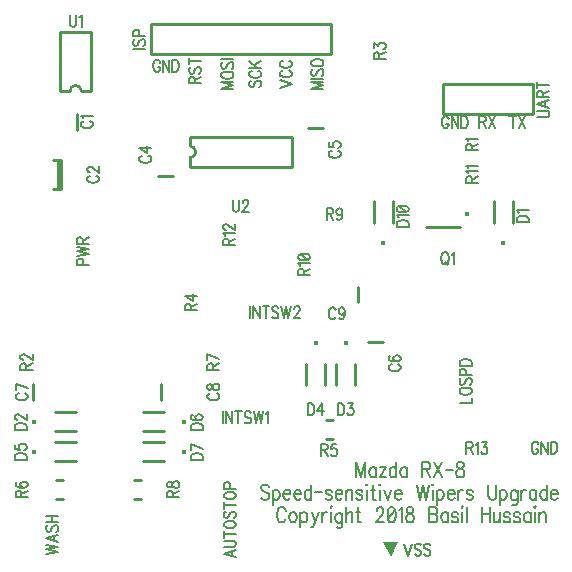
<source format=gto>
G04 DipTrace 3.2.0.1*
G04 Speed-SensitiveWiperSwitchReplacement-Rev03(NoUnmaskedTraces)-TopSilk.gto*
%MOIN*%
G04 #@! TF.FileFunction,Legend,Top*
G04 #@! TF.Part,Single*
%ADD10C,0.009843*%
%ADD27C,0.015749*%
%ADD29C,0.015746*%
%ADD96C,0.006176*%
%ADD98C,0.00772*%
%FSLAX26Y26*%
G04*
G70*
G90*
G75*
G01*
G04 TopSilk*
%LPD*%
X228761Y1500571D2*
D10*
Y1449429D1*
X166831Y1349217D2*
Y1250783D1*
X174280Y1349217D2*
Y1250783D1*
Y1349217D2*
X150720D1*
X174280Y1250783D2*
X150720D1*
X550571Y1296239D2*
X499429D1*
X999429Y1453761D2*
X1050571D1*
X1199429Y741360D2*
X1250571D1*
X83640Y549429D2*
Y600571D1*
X508640Y549429D2*
Y600571D1*
X1166360Y925571D2*
Y874429D1*
X1618501Y1139559D2*
Y1210438D1*
X1681496Y1139559D2*
Y1210438D1*
D27*
X1649999Y1070669D3*
X156488Y506499D2*
D10*
X227367D1*
X156488Y443504D2*
X227367D1*
D29*
X87598Y475001D3*
X1156499Y668512D2*
D10*
Y597633D1*
X1093504Y668512D2*
Y597633D1*
D27*
X1125001Y737402D3*
X1056499Y668512D2*
D10*
Y597633D1*
X993504Y668512D2*
Y597633D1*
D27*
X1025001Y737402D3*
X156488Y406499D2*
D10*
X227367D1*
X156488Y343504D2*
X227367D1*
D29*
X87598Y375001D3*
X518512Y443501D2*
D10*
X447633D1*
X518512Y506496D2*
X447633D1*
D29*
X587402Y474999D3*
X518512Y343501D2*
D10*
X447633D1*
X518512Y406496D2*
X447633D1*
D29*
X587402Y374999D3*
X1218501Y1139559D2*
D10*
Y1210438D1*
X1281496Y1139559D2*
Y1210438D1*
D27*
X1249999Y1070669D3*
X1075000Y1800000D2*
D10*
X475000D1*
X1075000Y1700000D2*
X475000D1*
X1075000Y1800000D2*
Y1700000D1*
X475000Y1800000D2*
Y1700000D1*
X1750000Y1600000D2*
Y1500000D1*
X1450000D1*
Y1600000D2*
Y1500000D1*
X1750000Y1600000D2*
X1450000D1*
D27*
X1528738Y1168306D3*
X1506249Y1125000D2*
D10*
X1393746D1*
X1081661Y481465D2*
X1058102D1*
X1081661Y418535D2*
X1058102D1*
X181661Y281465D2*
X158102D1*
X181661Y218535D2*
X158102D1*
X418339D2*
X441898D1*
X418339Y281465D2*
X441898D1*
X276188Y1576573D2*
Y1773427D1*
X173812Y1576573D2*
Y1773427D1*
X276188D2*
X173812D1*
X244694Y1576573D2*
X276188D1*
X205306D2*
X173812D1*
X244694D2*
G03X205306Y1576573I-19694J-9D01*
G01*
X605703Y1323812D2*
X944297D1*
X605703Y1426188D2*
X944297D1*
Y1323812D2*
Y1426188D1*
X605703Y1323812D2*
Y1355306D1*
Y1394694D2*
Y1426188D1*
Y1355306D2*
G03X605703Y1394694I12J19694D01*
G01*
G36*
X1250000Y75000D2*
X1275000Y25000D1*
X1300000Y75000D1*
X1250000D1*
G37*
X758877Y48031D2*
D96*
X718685Y35757D1*
X758877Y23518D1*
X745480Y28116D2*
Y43432D1*
X718685Y57912D2*
X747381D1*
X753129Y59433D1*
X756932Y62510D1*
X758877Y67109D1*
Y70151D1*
X756932Y74749D1*
X753129Y77827D1*
X747381Y79348D1*
X718685D1*
Y99947D2*
X758877D1*
X718685Y89229D2*
Y110664D1*
Y129742D2*
X720586Y126665D1*
X724433Y123623D1*
X728236Y122067D1*
X733984Y120546D1*
X743578D1*
X749282Y122067D1*
X753129Y123623D1*
X756932Y126665D1*
X758877Y129742D1*
Y135862D1*
X756932Y138904D1*
X753129Y141981D1*
X749282Y143502D1*
X743578Y145023D1*
X733984D1*
X728236Y143502D1*
X724433Y141981D1*
X720586Y138904D1*
X718685Y135862D1*
Y129742D1*
X724433Y176340D2*
X720586Y173298D1*
X718685Y168700D1*
Y162580D1*
X720586Y157982D1*
X724433Y154904D1*
X728236D1*
X732082Y156461D1*
X733984Y157982D1*
X735885Y161024D1*
X739732Y170221D1*
X741633Y173298D1*
X743578Y174819D1*
X747381Y176340D1*
X753129D1*
X756932Y173298D1*
X758877Y168700D1*
Y162580D1*
X756932Y157982D1*
X753129Y154904D1*
X718685Y196939D2*
X758877D1*
X718685Y186221D2*
Y207657D1*
Y226735D2*
X720586Y223658D1*
X724433Y220616D1*
X728236Y219059D1*
X733984Y217538D1*
X743578D1*
X749282Y219059D1*
X753129Y220616D1*
X756932Y223658D1*
X758877Y226735D1*
Y232854D1*
X756932Y235896D1*
X753129Y238974D1*
X749282Y240495D1*
X743578Y242016D1*
X733984D1*
X728236Y240495D1*
X724433Y238974D1*
X720586Y235897D1*
X718685Y232854D1*
Y226735D1*
X739732Y251897D2*
Y265692D1*
X737830Y270255D1*
X735885Y271812D1*
X732082Y273333D1*
X726334D1*
X722532Y271812D1*
X720586Y270255D1*
X718685Y265692D1*
Y251897D1*
X758877D1*
X251879Y1477700D2*
X248076Y1476179D1*
X244229Y1473102D1*
X242328Y1470060D1*
Y1463940D1*
X244229Y1460863D1*
X248076Y1457821D1*
X251879Y1456264D1*
X257627Y1454743D1*
X267222D1*
X272925Y1456264D1*
X276772Y1457821D1*
X280575Y1460863D1*
X282520Y1463940D1*
Y1470060D1*
X280575Y1473102D1*
X276772Y1476179D1*
X272925Y1477700D1*
X250022Y1487581D2*
X248076Y1490659D1*
X242372Y1495257D1*
X282520D1*
X272232Y1295820D2*
X268429Y1294299D1*
X264582Y1291222D1*
X262681Y1288180D1*
Y1282060D1*
X264582Y1278983D1*
X268429Y1275941D1*
X272232Y1274384D1*
X277980Y1272863D1*
X287575D1*
X293278Y1274384D1*
X297125Y1275941D1*
X300928Y1278983D1*
X302873Y1282060D1*
Y1288180D1*
X300928Y1291222D1*
X297125Y1294299D1*
X293278Y1295820D1*
X272276Y1307258D2*
X270375D1*
X266528Y1308779D1*
X264627Y1310300D1*
X262725Y1313377D1*
Y1319496D1*
X264627Y1322538D1*
X266528Y1324059D1*
X270375Y1325616D1*
X274177D1*
X278024Y1324059D1*
X283728Y1321017D1*
X302873Y1305701D1*
Y1327137D1*
X446445Y1362175D2*
X442642Y1360654D1*
X438795Y1357577D1*
X436894Y1354535D1*
Y1348415D1*
X438795Y1345338D1*
X442642Y1342296D1*
X446445Y1340739D1*
X452193Y1339218D1*
X461787D1*
X467491Y1340739D1*
X471338Y1342296D1*
X475141Y1345338D1*
X477086Y1348415D1*
Y1354535D1*
X475141Y1357577D1*
X471338Y1360654D1*
X467491Y1362175D1*
X477086Y1387372D2*
X436938D1*
X463689Y1372056D1*
Y1395013D1*
X1077645Y1378705D2*
X1073843Y1377184D1*
X1069996Y1374106D1*
X1068095Y1371064D1*
Y1364945D1*
X1069996Y1361867D1*
X1073843Y1358825D1*
X1077645Y1357269D1*
X1083393Y1355748D1*
X1092988D1*
X1098692Y1357269D1*
X1102539Y1358825D1*
X1106341Y1361867D1*
X1108287Y1364945D1*
Y1371064D1*
X1106341Y1374106D1*
X1102539Y1377184D1*
X1098692Y1378705D1*
X1068139Y1406944D2*
Y1391663D1*
X1085339Y1390142D1*
X1083437Y1391663D1*
X1081492Y1396261D1*
Y1400825D1*
X1083437Y1405423D1*
X1087240Y1408500D1*
X1092988Y1410021D1*
X1096791D1*
X1102539Y1408500D1*
X1106385Y1405423D1*
X1108287Y1400824D1*
Y1396261D1*
X1106385Y1391663D1*
X1104440Y1390142D1*
X1100637Y1388586D1*
X1277645Y667081D2*
X1273843Y665560D1*
X1269996Y662483D1*
X1268095Y659441D1*
Y653321D1*
X1269996Y650244D1*
X1273843Y647202D1*
X1277645Y645645D1*
X1283393Y644124D1*
X1292988D1*
X1298692Y645645D1*
X1302539Y647202D1*
X1306341Y650244D1*
X1308287Y653321D1*
Y659441D1*
X1306341Y662483D1*
X1302539Y665560D1*
X1298692Y667081D1*
X1273843Y695321D2*
X1270040Y693800D1*
X1268139Y689201D1*
Y686159D1*
X1270040Y681561D1*
X1275788Y678483D1*
X1285339Y676962D1*
X1294889D1*
X1302539Y678483D1*
X1306385Y681561D1*
X1308287Y686159D1*
Y687680D1*
X1306385Y692243D1*
X1302539Y695321D1*
X1296791Y696842D1*
X1294889D1*
X1289141Y695321D1*
X1285339Y692243D1*
X1283437Y687680D1*
Y686159D1*
X1285339Y681561D1*
X1289141Y678483D1*
X1294889Y676962D1*
X34613Y570820D2*
X30810Y569299D1*
X26963Y566222D1*
X25062Y563180D1*
Y557060D1*
X26963Y553983D1*
X30810Y550941D1*
X34613Y549384D1*
X40361Y547863D1*
X49955D1*
X55659Y549384D1*
X59506Y550941D1*
X63309Y553983D1*
X65254Y557060D1*
Y563180D1*
X63309Y566222D1*
X59506Y569299D1*
X55659Y570820D1*
X65254Y586821D2*
X25106Y602137D1*
Y580701D1*
X673511Y570838D2*
X669709Y569317D1*
X665862Y566239D1*
X663961Y563197D1*
Y557078D1*
X665862Y554000D1*
X669709Y550958D1*
X673511Y549402D1*
X679259Y547881D1*
X688854D1*
X694558Y549402D1*
X698405Y550958D1*
X702207Y554000D1*
X704153Y557078D1*
Y563197D1*
X702207Y566239D1*
X698405Y569317D1*
X694558Y570838D1*
X664005Y588359D2*
X665906Y583796D1*
X669709Y582240D1*
X673556D1*
X677358Y583796D1*
X679304Y586838D1*
X681205Y592958D1*
X683106Y597556D1*
X686953Y600598D1*
X690755Y602119D1*
X696503D1*
X700306Y600598D1*
X702251Y599077D1*
X704153Y594479D1*
Y588359D1*
X702251Y583796D1*
X700306Y582240D1*
X696503Y580719D1*
X690755D1*
X686953Y582240D1*
X683106Y585317D1*
X681205Y589880D1*
X679304Y596000D1*
X677358Y599077D1*
X673556Y600598D1*
X669709D1*
X665906Y599077D1*
X664005Y594479D1*
Y588359D1*
X1092063Y847355D2*
X1090542Y851157D1*
X1087465Y855004D1*
X1084423Y856905D1*
X1078303D1*
X1075226Y855004D1*
X1072184Y851157D1*
X1070628Y847355D1*
X1069107Y841607D1*
Y832012D1*
X1070628Y826308D1*
X1072184Y822462D1*
X1075226Y818659D1*
X1078303Y816713D1*
X1084423D1*
X1087465Y818659D1*
X1090542Y822462D1*
X1092063Y826308D1*
X1121859Y843508D2*
X1120303Y837760D1*
X1117261Y833913D1*
X1112662Y832012D1*
X1111141D1*
X1106543Y833913D1*
X1103501Y837760D1*
X1101945Y843508D1*
Y845409D1*
X1103501Y851157D1*
X1106543Y854960D1*
X1111141Y856861D1*
X1112662D1*
X1117261Y854960D1*
X1120303Y851157D1*
X1121859Y843508D1*
Y833913D1*
X1120303Y824363D1*
X1117261Y818615D1*
X1112662Y816713D1*
X1109620D1*
X1105022Y818615D1*
X1103501Y822462D1*
X1695063Y1140740D2*
X1735255D1*
Y1151458D1*
X1733310Y1156056D1*
X1729507Y1159134D1*
X1725660Y1160655D1*
X1719956Y1162176D1*
X1710362D1*
X1704614Y1160655D1*
X1700811Y1159134D1*
X1696964Y1156056D1*
X1695063Y1151458D1*
Y1140740D1*
X1702757Y1172057D2*
X1700811Y1175134D1*
X1695107Y1179733D1*
X1735255D1*
X21146Y448625D2*
X61338D1*
Y459343D1*
X59393Y463941D1*
X55590Y467019D1*
X51743Y468540D1*
X46039Y470061D1*
X36445D1*
X30697Y468540D1*
X26894Y467019D1*
X23047Y463941D1*
X21146Y459343D1*
Y448625D1*
X30741Y481498D2*
X28840D1*
X24993Y483019D1*
X23091Y484540D1*
X21190Y487618D1*
Y493737D1*
X23092Y496779D1*
X24993Y498300D1*
X28840Y499857D1*
X32642D1*
X36489Y498300D1*
X42193Y495258D1*
X61338Y479942D1*
Y501378D1*
X1098625Y536827D2*
Y496635D1*
X1109343D1*
X1113941Y498580D1*
X1117019Y502383D1*
X1118540Y506230D1*
X1120061Y511933D1*
Y521528D1*
X1118540Y527276D1*
X1117019Y531079D1*
X1113941Y534925D1*
X1109343Y536827D1*
X1098625D1*
X1133019Y536783D2*
X1149821D1*
X1140660Y521484D1*
X1145258D1*
X1148300Y519583D1*
X1149821Y517681D1*
X1151378Y511933D1*
Y508131D1*
X1149821Y502383D1*
X1146779Y498536D1*
X1142181Y496635D1*
X1137582D1*
X1133019Y498536D1*
X1131498Y500482D1*
X1129942Y504284D1*
X997865Y536827D2*
Y496635D1*
X1008582D1*
X1013181Y498580D1*
X1016258Y502383D1*
X1017779Y506230D1*
X1019300Y511933D1*
Y521528D1*
X1017779Y527276D1*
X1016258Y531079D1*
X1013181Y534925D1*
X1008582Y536827D1*
X997865D1*
X1044498Y496635D2*
Y536783D1*
X1029181Y510032D1*
X1052138D1*
X21146Y348625D2*
X61338D1*
Y359343D1*
X59393Y363941D1*
X55590Y367019D1*
X51743Y368540D1*
X46039Y370061D1*
X36445D1*
X30697Y368540D1*
X26894Y367019D1*
X23047Y363941D1*
X21146Y359343D1*
Y348625D1*
X21190Y398300D2*
Y383019D1*
X38390Y381498D1*
X36489Y383019D1*
X34543Y387618D1*
Y392181D1*
X36489Y396779D1*
X40291Y399857D1*
X46039Y401378D1*
X49842D1*
X55590Y399857D1*
X59437Y396779D1*
X61338Y392181D1*
Y387618D1*
X59437Y383019D1*
X57491Y381498D1*
X53689Y379942D1*
X608843Y449401D2*
X649035D1*
Y460119D1*
X647089Y464717D1*
X643287Y467794D1*
X639440Y469315D1*
X633736Y470836D1*
X624141D1*
X618393Y469315D1*
X614591Y467794D1*
X610744Y464717D1*
X608843Y460119D1*
Y449401D1*
X614591Y499076D2*
X610788Y497555D1*
X608887Y492956D1*
Y489914D1*
X610788Y485316D1*
X616536Y482239D1*
X626087Y480718D1*
X635637D1*
X643287Y482238D1*
X647133Y485316D1*
X649035Y489914D1*
Y491435D1*
X647133Y495998D1*
X643287Y499076D1*
X637539Y500597D1*
X635637D1*
X629889Y499076D1*
X626087Y495998D1*
X624185Y491435D1*
Y489914D1*
X626087Y485316D1*
X629889Y482239D1*
X635637Y480718D1*
X608843Y348623D2*
X649035D1*
Y359340D1*
X647089Y363939D1*
X643287Y367016D1*
X639440Y368537D1*
X633736Y370058D1*
X624141D1*
X618393Y368537D1*
X614591Y367016D1*
X610744Y363939D1*
X608843Y359340D1*
Y348623D1*
X649035Y386059D2*
X608887Y401375D1*
Y379939D1*
X1295063Y1125082D2*
X1335255D1*
Y1135799D1*
X1333310Y1140398D1*
X1329507Y1143475D1*
X1325660Y1144996D1*
X1319956Y1146517D1*
X1310362D1*
X1304614Y1144996D1*
X1300811Y1143475D1*
X1296964Y1140398D1*
X1295063Y1135799D1*
Y1125082D1*
X1302757Y1156398D2*
X1300811Y1159476D1*
X1295107Y1164074D1*
X1335255D1*
X1295107Y1183152D2*
X1297009Y1178554D1*
X1302757Y1175476D1*
X1312307Y1173955D1*
X1318055D1*
X1327606Y1175476D1*
X1333354Y1178554D1*
X1335255Y1183152D1*
Y1186194D1*
X1333354Y1190793D1*
X1327606Y1193835D1*
X1318055Y1195391D1*
X1312307D1*
X1302757Y1193835D1*
X1297009Y1190793D1*
X1295107Y1186194D1*
Y1183152D1*
X1302757Y1193835D2*
X1327606Y1175476D1*
X1767563Y400111D2*
X1766042Y403913D1*
X1762965Y407760D1*
X1759923Y409661D1*
X1753803D1*
X1750726Y407760D1*
X1747684Y403913D1*
X1746127Y400111D1*
X1744606Y394363D1*
Y384768D1*
X1746127Y379064D1*
X1747684Y375217D1*
X1750726Y371415D1*
X1753803Y369469D1*
X1759923D1*
X1762965Y371415D1*
X1766042Y375217D1*
X1767563Y379064D1*
Y384768D1*
X1759923D1*
X1798880Y409661D2*
Y369469D1*
X1777444Y409661D1*
Y369469D1*
X1808761Y409661D2*
Y369469D1*
X1819479D1*
X1824077Y371415D1*
X1827155Y375217D1*
X1828676Y379064D1*
X1830197Y384768D1*
Y394363D1*
X1828676Y400111D1*
X1827155Y403913D1*
X1824077Y407760D1*
X1819479Y409661D1*
X1808761D1*
X715328Y510055D2*
Y469863D1*
X746645Y510055D2*
Y469863D1*
X725209Y510055D1*
Y469863D1*
X767244Y510055D2*
Y469863D1*
X756526Y510055D2*
X777962D1*
X809279Y504307D2*
X806237Y508154D1*
X801638Y510055D1*
X795519D1*
X790920Y508154D1*
X787843Y504307D1*
Y500505D1*
X789399Y496658D1*
X790920Y494756D1*
X793962Y492855D1*
X803159Y489008D1*
X806237Y487107D1*
X807758Y485162D1*
X809279Y481359D1*
Y475611D1*
X806237Y471809D1*
X801638Y469863D1*
X795519D1*
X790920Y471809D1*
X787843Y475611D1*
X819160Y510055D2*
X826835Y469863D1*
X834476Y510055D1*
X842116Y469863D1*
X849792Y510055D1*
X859673Y502362D2*
X862751Y504307D1*
X867349Y510011D1*
Y469863D1*
X806873Y860449D2*
Y820257D1*
X838190Y860449D2*
Y820257D1*
X816754Y860449D1*
Y820257D1*
X858789Y860449D2*
Y820257D1*
X848071Y860449D2*
X869507D1*
X900824Y854701D2*
X897782Y858548D1*
X893183Y860449D1*
X887064D1*
X882465Y858548D1*
X879388Y854701D1*
Y850898D1*
X880944Y847051D1*
X882465Y845150D1*
X885507Y843249D1*
X894704Y839402D1*
X897782Y837501D1*
X899303Y835555D1*
X900824Y831753D1*
Y826005D1*
X897782Y822202D1*
X893183Y820257D1*
X887064D1*
X882465Y822202D1*
X879388Y826005D1*
X910705Y860449D2*
X918381Y820257D1*
X926021Y860449D1*
X933662Y820257D1*
X941337Y860449D1*
X952775Y850854D2*
Y852755D1*
X954296Y856602D1*
X955817Y858503D1*
X958894Y860405D1*
X965014D1*
X968056Y858503D1*
X969577Y856602D1*
X971133Y852755D1*
Y848953D1*
X969577Y845106D1*
X966535Y839402D1*
X951219Y820257D1*
X972654D1*
X416422Y1718683D2*
X456614D1*
X422170Y1750000D2*
X418323Y1746958D1*
X416422Y1742360D1*
Y1736240D1*
X418323Y1731642D1*
X422170Y1728564D1*
X425972D1*
X429819Y1730121D1*
X431720Y1731642D1*
X433621Y1734684D1*
X437468Y1743881D1*
X439370Y1746958D1*
X441315Y1748479D1*
X445118Y1750000D1*
X450866D1*
X454668Y1746958D1*
X456614Y1742360D1*
Y1736240D1*
X454668Y1731642D1*
X450866Y1728564D1*
X437468Y1759881D2*
Y1773676D1*
X435567Y1778239D1*
X433621Y1779796D1*
X429819Y1781317D1*
X424071D1*
X420268Y1779796D1*
X418323Y1778240D1*
X416422Y1773676D1*
Y1759881D1*
X456614D1*
X1763567Y1490768D2*
X1792263D1*
X1798011Y1492289D1*
X1801814Y1495367D1*
X1803759Y1499965D1*
Y1503007D1*
X1801814Y1507606D1*
X1798011Y1510683D1*
X1792263Y1512204D1*
X1763567D1*
X1803759Y1546598D2*
X1763567Y1534324D1*
X1803759Y1522085D1*
X1790362Y1526683D2*
Y1542000D1*
X1782712Y1556479D2*
Y1570239D1*
X1780767Y1574838D1*
X1778866Y1576394D1*
X1775063Y1577915D1*
X1771216D1*
X1767414Y1576394D1*
X1765468Y1574838D1*
X1763567Y1570239D1*
Y1556479D1*
X1803759D1*
X1782712Y1567197D2*
X1803759Y1577915D1*
X1763567Y1598514D2*
X1803759D1*
X1763567Y1587796D2*
Y1609232D1*
X1504414Y536902D2*
X1544606D1*
Y555261D1*
X1504414Y574339D2*
X1506315Y571261D1*
X1510162Y568219D1*
X1513964Y566663D1*
X1519712Y565142D1*
X1529307D1*
X1535011Y566663D1*
X1538858Y568219D1*
X1542660Y571261D1*
X1544606Y574339D1*
Y580458D1*
X1542660Y583500D1*
X1538858Y586578D1*
X1535011Y588099D1*
X1529307Y589620D1*
X1519712D1*
X1513964Y588099D1*
X1510162Y586578D1*
X1506315Y583500D1*
X1504414Y580458D1*
Y574339D1*
X1510162Y620936D2*
X1506315Y617894D1*
X1504414Y613296D1*
Y607177D1*
X1506315Y602578D1*
X1510162Y599501D1*
X1513964D1*
X1517811Y601057D1*
X1519712Y602578D1*
X1521614Y605620D1*
X1525460Y614817D1*
X1527362Y617894D1*
X1529307Y619415D1*
X1533110Y620936D1*
X1538858D1*
X1542660Y617894D1*
X1544606Y613296D1*
Y607177D1*
X1542660Y602578D1*
X1538858Y599501D1*
X1525460Y630818D2*
Y644613D1*
X1523559Y649176D1*
X1521614Y650732D1*
X1517811Y652253D1*
X1512063D1*
X1508260Y650732D1*
X1506315Y649176D1*
X1504414Y644613D1*
Y630818D1*
X1544606D1*
X1504414Y662134D2*
X1544606D1*
Y672852D1*
X1542660Y677451D1*
X1538858Y680528D1*
X1535011Y682049D1*
X1529307Y683570D1*
X1519712D1*
X1513964Y682049D1*
X1510162Y680528D1*
X1506315Y677451D1*
X1504414Y672852D1*
Y662134D1*
X249870Y996674D2*
Y1010469D1*
X247969Y1015032D1*
X246023Y1016589D1*
X242221Y1018110D1*
X236472D1*
X232670Y1016589D1*
X230724Y1015032D1*
X228823Y1010469D1*
Y996674D1*
X269015D1*
X228823Y1027991D2*
X269015Y1035667D1*
X228823Y1043307D1*
X269015Y1050948D1*
X228823Y1058623D1*
X247969Y1068505D2*
Y1082264D1*
X246023Y1086863D1*
X244122Y1088419D1*
X240319Y1089940D1*
X236472D1*
X232670Y1088419D1*
X230724Y1086863D1*
X228823Y1082264D1*
Y1068505D1*
X269015D1*
X247969Y1079222D2*
X269015Y1089940D1*
X1452924Y1040567D2*
X1449882Y1038710D1*
X1446805Y1034863D1*
X1445284Y1031016D1*
X1443727Y1025268D1*
Y1015718D1*
X1445284Y1009970D1*
X1446805Y1006167D1*
X1449882Y1002320D1*
X1452924Y1000419D1*
X1459044D1*
X1462121Y1002320D1*
X1465163Y1006167D1*
X1466684Y1009970D1*
X1468241Y1015718D1*
Y1025268D1*
X1466684Y1031016D1*
X1465163Y1034863D1*
X1462121Y1038710D1*
X1459044Y1040567D1*
X1452924D1*
X1457523Y1008068D2*
X1466684Y996572D1*
X1478122Y1032873D2*
X1481199Y1034819D1*
X1485798Y1040523D1*
Y1000375D1*
X1545704Y1380504D2*
Y1394264D1*
X1543759Y1398862D1*
X1541858Y1400418D1*
X1538055Y1401939D1*
X1534208Y1401940D1*
X1530406Y1400418D1*
X1528460Y1398862D1*
X1526559Y1394264D1*
Y1380504D1*
X1566751D1*
X1545704Y1391222D2*
X1566751Y1401939D1*
X1534253Y1411821D2*
X1532307Y1414898D1*
X1526603Y1419496D1*
X1566751D1*
X59976Y648624D2*
Y662384D1*
X58031Y666982D1*
X56130Y668539D1*
X52327Y670060D1*
X48480D1*
X44678Y668539D1*
X42732Y666982D1*
X40831Y662384D1*
Y648624D1*
X81023D1*
X59976Y659342D2*
X81023Y670059D1*
X50426Y681497D2*
X48525D1*
X44678Y683018D1*
X42777Y684539D1*
X40875Y687616D1*
Y693736D1*
X42777Y696778D1*
X44678Y698299D1*
X48525Y699855D1*
X52327D1*
X56174Y698299D1*
X61878Y695257D1*
X81023Y679941D1*
Y701376D1*
X1237240Y1686222D2*
Y1699982D1*
X1235294Y1704581D1*
X1233393Y1706137D1*
X1229591Y1707658D1*
X1225744D1*
X1221941Y1706137D1*
X1219996Y1704581D1*
X1218095Y1699982D1*
Y1686222D1*
X1258287D1*
X1237240Y1696940D2*
X1258287Y1707658D1*
X1218139Y1720616D2*
Y1737418D1*
X1233437Y1728257D1*
Y1732855D1*
X1235339Y1735897D1*
X1237240Y1737418D1*
X1242988Y1738975D1*
X1246791D1*
X1252539Y1737418D1*
X1256385Y1734376D1*
X1258287Y1729778D1*
Y1725179D1*
X1256385Y1720616D1*
X1254440Y1719095D1*
X1250637Y1717539D1*
X608303Y847863D2*
Y861623D1*
X606357Y866222D1*
X604456Y867778D1*
X600654Y869299D1*
X596807D1*
X593004Y867778D1*
X591059Y866222D1*
X589158Y861623D1*
Y847863D1*
X629350D1*
X608303Y858581D2*
X629350Y869299D1*
Y894496D2*
X589202D1*
X615952Y879180D1*
Y902137D1*
X1043506Y381855D2*
X1057265D1*
X1061864Y383800D1*
X1063420Y385701D1*
X1064941Y389504D1*
Y393351D1*
X1063420Y397153D1*
X1061864Y399099D1*
X1057265Y401000D1*
X1043506D1*
Y360808D1*
X1054223Y381855D2*
X1064941Y360808D1*
X1093181Y400956D2*
X1077900D1*
X1076379Y383756D1*
X1077900Y385657D1*
X1082498Y387603D1*
X1087061D1*
X1091660Y385657D1*
X1094737Y381855D1*
X1096258Y376107D1*
Y372304D1*
X1094737Y366556D1*
X1091660Y362709D1*
X1087061Y360808D1*
X1082498D1*
X1077900Y362709D1*
X1076379Y364655D1*
X1074822Y368457D1*
X43835Y224402D2*
Y238162D1*
X41889Y242760D1*
X39988Y244317D1*
X36185Y245838D1*
X32339D1*
X28536Y244317D1*
X26591Y242760D1*
X24689Y238162D1*
Y224402D1*
X64881D1*
X43835Y235120D2*
X64881Y245838D1*
X30437Y274077D2*
X26635Y272556D1*
X24734Y267958D1*
Y264916D1*
X26635Y260317D1*
X32383Y257240D1*
X41933Y255719D1*
X51484D1*
X59133Y257240D1*
X62980Y260317D1*
X64881Y264916D1*
Y266437D1*
X62980Y271000D1*
X59133Y274077D1*
X53385Y275598D1*
X51484D1*
X45736Y274077D1*
X41933Y271000D1*
X40032Y266437D1*
Y264916D1*
X41933Y260317D1*
X45736Y257240D1*
X51484Y255719D1*
X683106Y648624D2*
Y662384D1*
X681161Y666982D1*
X679259Y668539D1*
X675457Y670060D1*
X671610D1*
X667807Y668539D1*
X665862Y666982D1*
X663961Y662384D1*
Y648624D1*
X704153D1*
X683106Y659342D2*
X704153Y670059D1*
Y686060D2*
X664005Y701376D1*
Y679941D1*
X549445Y223642D2*
Y237401D1*
X547499Y242000D1*
X545598Y243556D1*
X541795Y245077D1*
X537949D1*
X534146Y243556D1*
X532201Y242000D1*
X530299Y237401D1*
Y223642D1*
X570491D1*
X549445Y234359D2*
X570491Y245077D1*
X530344Y262599D2*
X532245Y258036D1*
X536047Y256479D1*
X539894D1*
X543697Y258036D1*
X545642Y261078D1*
X547543Y267197D1*
X549445Y271796D1*
X553291Y274838D1*
X557094Y276359D1*
X562842D1*
X566645Y274838D1*
X568590Y273317D1*
X570491Y268718D1*
Y262599D1*
X568590Y258036D1*
X566645Y256479D1*
X562842Y254958D1*
X557094D1*
X553291Y256479D1*
X549445Y259557D1*
X547543Y264120D1*
X545642Y270239D1*
X543697Y273317D1*
X539894Y274838D1*
X536047D1*
X532245Y273317D1*
X530344Y268718D1*
Y262599D1*
X1061786Y1168961D2*
X1075546D1*
X1080144Y1170906D1*
X1081701Y1172807D1*
X1083222Y1176610D1*
Y1180457D1*
X1081701Y1184259D1*
X1080144Y1186205D1*
X1075546Y1188106D1*
X1061786D1*
Y1147914D1*
X1072504Y1168961D2*
X1083222Y1147914D1*
X1113017Y1174709D2*
X1111461Y1168961D1*
X1108419Y1165114D1*
X1103821Y1163213D1*
X1102299D1*
X1097701Y1165114D1*
X1094659Y1168961D1*
X1093103Y1174709D1*
Y1176610D1*
X1094659Y1182358D1*
X1097701Y1186161D1*
X1102299Y1188062D1*
X1103821D1*
X1108419Y1186161D1*
X1111461Y1182358D1*
X1113017Y1174709D1*
Y1165114D1*
X1111461Y1155563D1*
X1108419Y1149815D1*
X1103821Y1147914D1*
X1100778D1*
X1096180Y1149815D1*
X1094659Y1153662D1*
X984976Y964845D2*
Y978605D1*
X983031Y983204D1*
X981130Y984760D1*
X977327Y986281D1*
X973480D1*
X969678Y984760D1*
X967732Y983204D1*
X965831Y978605D1*
Y964845D1*
X1006023D1*
X984976Y975563D2*
X1006023Y986281D1*
X973525Y996162D2*
X971579Y999240D1*
X965875Y1003838D1*
X1006023D1*
X965875Y1022916D2*
X967777Y1018318D1*
X973525Y1015240D1*
X983075Y1013719D1*
X988823D1*
X998374Y1015240D1*
X1004122Y1018317D1*
X1006023Y1022916D1*
Y1025958D1*
X1004122Y1030556D1*
X998374Y1033598D1*
X988823Y1035155D1*
X983075D1*
X973525Y1033598D1*
X967777Y1030556D1*
X965875Y1025958D1*
Y1022916D1*
X973525Y1033598D2*
X998374Y1015240D1*
X1545704Y1271725D2*
Y1285485D1*
X1543759Y1290084D1*
X1541858Y1291640D1*
X1538055Y1293161D1*
X1534208D1*
X1530406Y1291640D1*
X1528460Y1290084D1*
X1526559Y1285485D1*
Y1271725D1*
X1566751D1*
X1545704Y1282443D2*
X1566751Y1293161D1*
X1534253Y1303042D2*
X1532307Y1306120D1*
X1526603Y1310718D1*
X1566751D1*
X1534253Y1320599D2*
X1532307Y1323676D1*
X1526603Y1328275D1*
X1566751D1*
X735173Y1064845D2*
Y1078605D1*
X733228Y1083204D1*
X731326Y1084760D1*
X727524Y1086281D1*
X723677D1*
X719875Y1084760D1*
X717929Y1083204D1*
X716028Y1078605D1*
Y1064845D1*
X756220D1*
X735173Y1075563D2*
X756220Y1086281D1*
X723721Y1096162D2*
X721776Y1099240D1*
X716072Y1103838D1*
X756220D1*
X725623Y1115275D2*
X723721D1*
X719875Y1116797D1*
X717973Y1118318D1*
X716072Y1121395D1*
Y1127514D1*
X717973Y1130556D1*
X719875Y1132077D1*
X723721Y1133634D1*
X727524D1*
X731371Y1132077D1*
X737075Y1129035D1*
X756220Y1113719D1*
Y1135155D1*
X1527247Y387760D2*
X1541007D1*
X1545605Y389706D1*
X1547162Y391607D1*
X1548683Y395409D1*
Y399256D1*
X1547162Y403059D1*
X1545605Y405004D1*
X1541007Y406905D1*
X1527247D1*
Y366713D1*
X1537965Y387760D2*
X1548683Y366713D1*
X1558564Y399212D2*
X1561641Y401157D1*
X1566239Y406861D1*
Y366713D1*
X1579198Y406861D2*
X1596000D1*
X1586838Y391563D1*
X1591437D1*
X1594479Y389661D1*
X1596000Y387760D1*
X1597556Y382012D1*
Y378210D1*
X1596000Y372462D1*
X1592958Y368615D1*
X1588359Y366713D1*
X1583761D1*
X1579198Y368615D1*
X1577677Y370560D1*
X1576121Y374363D1*
X205504Y1832006D2*
Y1803310D1*
X207025Y1797562D1*
X210102Y1793759D1*
X214701Y1791814D1*
X217743D1*
X222341Y1793759D1*
X225418Y1797562D1*
X226939Y1803310D1*
Y1832006D1*
X236821Y1824312D2*
X239898Y1826258D1*
X244496Y1831961D1*
Y1791814D1*
X748624Y1215764D2*
Y1187068D1*
X750145Y1181320D1*
X753222Y1177517D1*
X757821Y1175572D1*
X760863D1*
X765461Y1177517D1*
X768538Y1181320D1*
X770059Y1187068D1*
Y1215764D1*
X781497Y1206169D2*
Y1208070D1*
X783018Y1211917D1*
X784539Y1213818D1*
X787616Y1215720D1*
X793736D1*
X796778Y1213818D1*
X798299Y1211917D1*
X799855Y1208070D1*
Y1204268D1*
X798299Y1200421D1*
X795257Y1194717D1*
X779941Y1175572D1*
X801376D1*
X126461Y34595D2*
X166653Y42271D1*
X126461Y49911D1*
X166653Y57552D1*
X126461Y65228D1*
X166653Y99622D2*
X126461Y87348D1*
X166653Y75109D1*
X153256Y79707D2*
Y95023D1*
X132209Y130939D2*
X128362Y127897D1*
X126461Y123298D1*
Y117179D1*
X128362Y112580D1*
X132209Y109503D1*
X136012D1*
X139858Y111059D1*
X141760Y112580D1*
X143661Y115622D1*
X147508Y124819D1*
X149409Y127897D1*
X151354Y129418D1*
X155157Y130939D1*
X160905D1*
X164707Y127897D1*
X166653Y123298D1*
Y117179D1*
X164707Y112580D1*
X160905Y109503D1*
X126461Y140820D2*
X166653D1*
X126461Y162255D2*
X166653D1*
X145606Y140820D2*
Y162255D1*
X1681087Y1494152D2*
Y1453960D1*
X1670369Y1494152D2*
X1691804D1*
X1701686D2*
X1723121Y1453960D1*
Y1494152D2*
X1701686Y1453960D1*
X1570369Y1475007D2*
X1584129D1*
X1588727Y1476952D1*
X1590283Y1478854D1*
X1591804Y1482656D1*
Y1486503D1*
X1590283Y1490305D1*
X1588727Y1492251D1*
X1584129Y1494152D1*
X1570369D1*
Y1453960D1*
X1581087Y1475007D2*
X1591804Y1453960D1*
X1601686Y1494152D2*
X1623121Y1453960D1*
Y1494152D2*
X1601686Y1453960D1*
X1468325Y1484602D2*
X1466804Y1488404D1*
X1463727Y1492251D1*
X1460685Y1494152D1*
X1454566D1*
X1451488Y1492251D1*
X1448446Y1488404D1*
X1446890Y1484602D1*
X1445369Y1478854D1*
Y1469259D1*
X1446890Y1463555D1*
X1448446Y1459708D1*
X1451488Y1455906D1*
X1454566Y1453960D1*
X1460685D1*
X1463727Y1455906D1*
X1466804Y1459708D1*
X1468325Y1463555D1*
Y1469259D1*
X1460685D1*
X1499642Y1494152D2*
Y1453960D1*
X1478207Y1494152D1*
Y1453960D1*
X1509523Y1494152D2*
Y1453960D1*
X1520241D1*
X1524840Y1455906D1*
X1527917Y1459708D1*
X1529438Y1463555D1*
X1530959Y1469259D1*
Y1478854D1*
X1529438Y1484602D1*
X1527917Y1488404D1*
X1524840Y1492251D1*
X1520241Y1494152D1*
X1509523D1*
X1050573Y1608608D2*
X1010381D1*
X1050573Y1596369D1*
X1010381Y1584130D1*
X1050573D1*
X1010381Y1618489D2*
X1050573D1*
X1016129Y1649806D2*
X1012282Y1646764D1*
X1010381Y1642165D1*
Y1636046D1*
X1012282Y1631447D1*
X1016129Y1628370D1*
X1019931D1*
X1023778Y1629926D1*
X1025679Y1631447D1*
X1027581Y1634489D1*
X1031427Y1643686D1*
X1033329Y1646764D1*
X1035274Y1648285D1*
X1039077Y1649806D1*
X1044825D1*
X1048627Y1646764D1*
X1050573Y1642165D1*
Y1636046D1*
X1048627Y1631447D1*
X1044825Y1628370D1*
X1010381Y1668884D2*
X1012282Y1665806D1*
X1016129Y1662764D1*
X1019931Y1661208D1*
X1025679Y1659687D1*
X1035274D1*
X1040978Y1661208D1*
X1044825Y1662764D1*
X1048627Y1665806D1*
X1050573Y1668884D1*
Y1675003D1*
X1048627Y1678045D1*
X1044825Y1681122D1*
X1040978Y1682643D1*
X1035274Y1684164D1*
X1025679D1*
X1019931Y1682643D1*
X1016129Y1681122D1*
X1012282Y1678045D1*
X1010381Y1675003D1*
Y1668884D1*
X750573Y1608608D2*
X710381D1*
X750573Y1596369D1*
X710381Y1584130D1*
X750573D1*
X710381Y1627686D2*
X712282Y1624608D1*
X716129Y1621566D1*
X719931Y1620010D1*
X725679Y1618489D1*
X735274D1*
X740978Y1620010D1*
X744825Y1621566D1*
X748627Y1624608D1*
X750573Y1627686D1*
Y1633805D1*
X748627Y1636847D1*
X744825Y1639924D1*
X740978Y1641446D1*
X735274Y1642967D1*
X725679D1*
X719931Y1641446D1*
X716129Y1639925D1*
X712282Y1636847D1*
X710381Y1633805D1*
Y1627686D1*
X716129Y1674283D2*
X712282Y1671241D1*
X710381Y1666643D1*
Y1660523D1*
X712282Y1655925D1*
X716129Y1652848D1*
X719931D1*
X723778Y1654404D1*
X725679Y1655925D1*
X727581Y1658967D1*
X731427Y1668164D1*
X733329Y1671241D1*
X735274Y1672762D1*
X739077Y1674283D1*
X744825D1*
X748627Y1671241D1*
X750573Y1666643D1*
Y1660523D1*
X748627Y1655925D1*
X744825Y1652848D1*
X710381Y1684165D2*
X750573Y1684164D1*
X808906Y1612789D2*
X805059Y1609747D1*
X803158Y1605148D1*
Y1599029D1*
X805059Y1594430D1*
X808906Y1591353D1*
X812708D1*
X816555Y1592909D1*
X818456Y1594430D1*
X820357Y1597473D1*
X824204Y1606669D1*
X826105Y1609747D1*
X828051Y1611268D1*
X831854Y1612789D1*
X837602D1*
X841404Y1609747D1*
X843350Y1605148D1*
Y1599029D1*
X841404Y1594430D1*
X837601Y1591353D1*
X812708Y1645627D2*
X808906Y1644106D1*
X805059Y1641028D1*
X803158Y1637986D1*
Y1631867D1*
X805059Y1628789D1*
X808906Y1625747D1*
X812708Y1624191D1*
X818456Y1622670D1*
X828051D1*
X833755Y1624191D1*
X837602Y1625747D1*
X841404Y1628789D1*
X843350Y1631867D1*
Y1637986D1*
X841404Y1641028D1*
X837602Y1644106D1*
X833755Y1645627D1*
X803158Y1655508D2*
X843350D1*
X803158Y1676943D2*
X829952Y1655508D1*
X820357Y1663148D2*
X843350Y1676943D1*
X621543Y1604613D2*
Y1618373D1*
X619598Y1622971D1*
X617696Y1624528D1*
X613894Y1626049D1*
X610047D1*
X606244Y1624528D1*
X604299Y1622971D1*
X602398Y1618373D1*
Y1604613D1*
X642590D1*
X621543Y1615331D2*
X642590Y1626049D1*
X608146Y1657365D2*
X604299Y1654323D1*
X602398Y1649725D1*
Y1643606D1*
X604299Y1639007D1*
X608146Y1635930D1*
X611948D1*
X615795Y1637486D1*
X617696Y1639007D1*
X619598Y1642049D1*
X623444Y1651246D1*
X625346Y1654323D1*
X627291Y1655844D1*
X631094Y1657365D1*
X636842D1*
X640644Y1654323D1*
X642590Y1649725D1*
Y1643605D1*
X640644Y1639007D1*
X636842Y1635930D1*
X602398Y1677964D2*
X642590D1*
X602398Y1667247D2*
Y1688682D1*
X505825Y1672102D2*
X504304Y1675904D1*
X501227Y1679751D1*
X498185Y1681652D1*
X492066D1*
X488988Y1679751D1*
X485946Y1675904D1*
X484390Y1672102D1*
X482869Y1666354D1*
Y1656759D1*
X484390Y1651055D1*
X485946Y1647208D1*
X488988Y1643406D1*
X492066Y1641460D1*
X498185D1*
X501227Y1643406D1*
X504304Y1647208D1*
X505825Y1651055D1*
Y1656759D1*
X498185D1*
X537142Y1681652D2*
Y1641460D1*
X515707Y1681652D1*
Y1641460D1*
X547023Y1681652D2*
Y1641460D1*
X557741D1*
X562340Y1643406D1*
X565417Y1647208D1*
X566938Y1651055D1*
X568459Y1656759D1*
Y1666354D1*
X566938Y1672102D1*
X565417Y1675904D1*
X562340Y1679751D1*
X557741Y1681652D1*
X547023D1*
X905440Y1589071D2*
X945632Y1601310D1*
X905440Y1613549D1*
X914990Y1646386D2*
X911188Y1644865D1*
X907341Y1641788D1*
X905440Y1638746D1*
Y1632627D1*
X907341Y1629549D1*
X911188Y1626507D1*
X914990Y1624951D1*
X920738Y1623430D1*
X930333D1*
X936037Y1624951D1*
X939884Y1626507D1*
X943686Y1629549D1*
X945632Y1632627D1*
Y1638746D1*
X943686Y1641788D1*
X939884Y1644865D1*
X936037Y1646386D1*
X914990Y1679224D2*
X911188Y1677703D1*
X907341Y1674626D1*
X905440Y1671584D1*
Y1665464D1*
X907341Y1662387D1*
X911188Y1659345D1*
X914990Y1657789D1*
X920738Y1656268D1*
X930333D1*
X936037Y1657789D1*
X939884Y1659345D1*
X943686Y1662387D1*
X945632Y1665464D1*
Y1671584D1*
X943686Y1674626D1*
X939884Y1677703D1*
X936037Y1679224D1*
X1190058Y290520D2*
D98*
Y340760D1*
X1174759Y290520D1*
X1159461Y340760D1*
Y290520D1*
X1225357Y324014D2*
Y290520D1*
Y316829D2*
X1221555Y321637D1*
X1217708Y324014D1*
X1212004D1*
X1208158Y321637D1*
X1204355Y316829D1*
X1202409Y309644D1*
Y304891D1*
X1204355Y297706D1*
X1208158Y292952D1*
X1212004Y290520D1*
X1217708D1*
X1221555Y292952D1*
X1225357Y297706D1*
X1237709Y324014D2*
X1258755D1*
X1237709Y290520D1*
X1258755D1*
X1294055Y340760D2*
Y290520D1*
Y316829D2*
X1290252Y321637D1*
X1286405Y324014D1*
X1280657D1*
X1276855Y321637D1*
X1273008Y316829D1*
X1271107Y309644D1*
Y304891D1*
X1273008Y297706D1*
X1276855Y292952D1*
X1280657Y290520D1*
X1286405D1*
X1290252Y292952D1*
X1294055Y297706D1*
X1329354Y324014D2*
Y290520D1*
Y316829D2*
X1325551Y321637D1*
X1321705Y324014D1*
X1316001D1*
X1312154Y321637D1*
X1308352Y316829D1*
X1306406Y309644D1*
Y304891D1*
X1308352Y297706D1*
X1312154Y292952D1*
X1316001Y290520D1*
X1321705D1*
X1325551Y292952D1*
X1329354Y297706D1*
X1380586Y316829D2*
X1397786D1*
X1403534Y319261D1*
X1405480Y321637D1*
X1407381Y326390D1*
Y331199D1*
X1405480Y335952D1*
X1403534Y338384D1*
X1397786Y340760D1*
X1380586D1*
Y290520D1*
X1393984Y316829D2*
X1407381Y290520D1*
X1419732Y340760D2*
X1446527Y290520D1*
Y340760D2*
X1419732Y290520D1*
X1458878Y315613D2*
X1480986D1*
X1502888Y340705D2*
X1497184Y338329D1*
X1495239Y333575D1*
Y328767D1*
X1497184Y324014D1*
X1500987Y321582D1*
X1508636Y319205D1*
X1514384Y316829D1*
X1518187Y312020D1*
X1520088Y307267D1*
Y300082D1*
X1518187Y295329D1*
X1516285Y292897D1*
X1510537Y290520D1*
X1502888D1*
X1497184Y292897D1*
X1495239Y295329D1*
X1493338Y300082D1*
Y307267D1*
X1495239Y312020D1*
X1499086Y316829D1*
X1504789Y319205D1*
X1512439Y321582D1*
X1516285Y324014D1*
X1518187Y328767D1*
Y333575D1*
X1516285Y338329D1*
X1510537Y340705D1*
X1502888D1*
X869654Y258575D2*
X865852Y263384D1*
X860104Y265760D1*
X852455D1*
X846707Y263384D1*
X842860Y258575D1*
Y253822D1*
X844805Y249014D1*
X846707Y246637D1*
X850509Y244261D1*
X862005Y239452D1*
X865852Y237076D1*
X867753Y234644D1*
X869654Y229891D1*
Y222706D1*
X865852Y217952D1*
X860104Y215520D1*
X852455D1*
X846707Y217952D1*
X842860Y222706D1*
X882006Y249014D2*
Y198774D1*
Y241829D2*
X885853Y246582D1*
X889655Y249014D1*
X895403D1*
X899250Y246582D1*
X903053Y241829D1*
X904998Y234644D1*
Y229835D1*
X903053Y222706D1*
X899250Y217897D1*
X895403Y215520D1*
X889655D1*
X885853Y217897D1*
X882006Y222706D1*
X917349Y234644D2*
X940297D1*
Y239452D1*
X938396Y244261D1*
X936495Y246637D1*
X932648Y249014D1*
X926900D1*
X923097Y246637D1*
X919251Y241829D1*
X917349Y234644D1*
Y229891D1*
X919251Y222706D1*
X923097Y217952D1*
X926900Y215520D1*
X932648D1*
X936495Y217952D1*
X940297Y222706D1*
X952649Y234644D2*
X975597D1*
Y239452D1*
X973695Y244261D1*
X971794Y246637D1*
X967947Y249014D1*
X962199D1*
X958397Y246637D1*
X954550Y241829D1*
X952649Y234644D1*
Y229891D1*
X954550Y222706D1*
X958397Y217952D1*
X962199Y215520D1*
X967947D1*
X971794Y217952D1*
X975597Y222706D1*
X1010896Y265760D2*
Y215520D1*
Y241829D2*
X1007093Y246637D1*
X1003247Y249014D1*
X997499D1*
X993696Y246637D1*
X989849Y241829D1*
X987948Y234644D1*
Y229891D1*
X989849Y222706D1*
X993696Y217952D1*
X997499Y215520D1*
X1003247D1*
X1007093Y217952D1*
X1010896Y222706D1*
X1023247Y240613D2*
X1045355D1*
X1078753Y241829D2*
X1076852Y246637D1*
X1071104Y249014D1*
X1065356D1*
X1059608Y246637D1*
X1057707Y241829D1*
X1059608Y237076D1*
X1063455Y234644D1*
X1073005Y232267D1*
X1076852Y229891D1*
X1078753Y225082D1*
Y222706D1*
X1076852Y217952D1*
X1071104Y215520D1*
X1065356D1*
X1059608Y217952D1*
X1057707Y222706D1*
X1091105Y234644D2*
X1114052D1*
Y239452D1*
X1112151Y244261D1*
X1110250Y246637D1*
X1106403Y249014D1*
X1100655D1*
X1096853Y246637D1*
X1093006Y241829D1*
X1091105Y234644D1*
Y229891D1*
X1093006Y222706D1*
X1096853Y217952D1*
X1100655Y215520D1*
X1106403D1*
X1110250Y217952D1*
X1114052Y222706D1*
X1126404Y249014D2*
Y215520D1*
Y239452D2*
X1132152Y246637D1*
X1135999Y249014D1*
X1141702D1*
X1145549Y246637D1*
X1147451Y239452D1*
Y215520D1*
X1180849Y241829D2*
X1178947Y246637D1*
X1173199Y249014D1*
X1167451D1*
X1161703Y246637D1*
X1159802Y241829D1*
X1161703Y237076D1*
X1165550Y234644D1*
X1175101Y232267D1*
X1178947Y229891D1*
X1180849Y225082D1*
Y222706D1*
X1178947Y217952D1*
X1173199Y215520D1*
X1167451D1*
X1161703Y217952D1*
X1159802Y222706D1*
X1193200Y265760D2*
X1195101Y263384D1*
X1197047Y265760D1*
X1195101Y268192D1*
X1193200Y265760D1*
X1195101Y249014D2*
Y215520D1*
X1215146Y265760D2*
Y225082D1*
X1217047Y217952D1*
X1220894Y215520D1*
X1224697D1*
X1209398Y249014D2*
X1222795D1*
X1237048Y265760D2*
X1238949Y263384D1*
X1240895Y265760D1*
X1238949Y268192D1*
X1237048Y265760D1*
X1238949Y249014D2*
Y215520D1*
X1253246Y249014D2*
X1264742Y215520D1*
X1276194Y249014D1*
X1288546Y234644D2*
X1311493D1*
Y239452D1*
X1309592Y244261D1*
X1307691Y246637D1*
X1303844Y249014D1*
X1298096D1*
X1294294Y246637D1*
X1290447Y241829D1*
X1288546Y234644D1*
Y229891D1*
X1290447Y222706D1*
X1294294Y217952D1*
X1298096Y215520D1*
X1303844D1*
X1307691Y217952D1*
X1311493Y222706D1*
X1362726Y265760D2*
X1372320Y215520D1*
X1381871Y265760D1*
X1391422Y215520D1*
X1401016Y265760D1*
X1413368D2*
X1415269Y263384D1*
X1417215Y265760D1*
X1415269Y268192D1*
X1413368Y265760D1*
X1415269Y249014D2*
Y215520D1*
X1429566Y249014D2*
Y198774D1*
Y241829D2*
X1433413Y246582D1*
X1437215Y249014D1*
X1442963D1*
X1446810Y246582D1*
X1450613Y241829D1*
X1452558Y234644D1*
Y229835D1*
X1450613Y222706D1*
X1446810Y217897D1*
X1442963Y215520D1*
X1437215D1*
X1433413Y217897D1*
X1429566Y222706D1*
X1464909Y234644D2*
X1487857D1*
Y239452D1*
X1485956Y244261D1*
X1484055Y246637D1*
X1480208Y249014D1*
X1474460D1*
X1470657Y246637D1*
X1466811Y241829D1*
X1464909Y234644D1*
Y229891D1*
X1466811Y222706D1*
X1470657Y217952D1*
X1474460Y215520D1*
X1480208D1*
X1484055Y217952D1*
X1487857Y222706D1*
X1500209Y249014D2*
Y215520D1*
Y234644D2*
X1502154Y241829D1*
X1505957Y246637D1*
X1509804Y249014D1*
X1515552D1*
X1548950Y241829D2*
X1547048Y246637D1*
X1541300Y249014D1*
X1535552D1*
X1529804Y246637D1*
X1527903Y241829D1*
X1529804Y237076D1*
X1533651Y234644D1*
X1543202Y232267D1*
X1547048Y229891D1*
X1548950Y225082D1*
Y222706D1*
X1547048Y217952D1*
X1541300Y215520D1*
X1535552D1*
X1529804Y217952D1*
X1527903Y222706D1*
X1600182Y265760D2*
Y229891D1*
X1602083Y222706D1*
X1605930Y217952D1*
X1611678Y215520D1*
X1615480D1*
X1621228Y217952D1*
X1625075Y222706D1*
X1626976Y229891D1*
Y265760D1*
X1639328Y249014D2*
Y198774D1*
Y241829D2*
X1643175Y246582D1*
X1646977Y249014D1*
X1652725D1*
X1656572Y246582D1*
X1660375Y241829D1*
X1662320Y234644D1*
Y229835D1*
X1660375Y222706D1*
X1656572Y217897D1*
X1652725Y215520D1*
X1646977D1*
X1643175Y217897D1*
X1639328Y222706D1*
X1697619Y246637D2*
Y208335D1*
X1695718Y201206D1*
X1693817Y198774D1*
X1689970Y196397D1*
X1684222D1*
X1680419Y198774D1*
X1697619Y239452D2*
X1693817Y244205D1*
X1689970Y246637D1*
X1684222D1*
X1680419Y244205D1*
X1676573Y239452D1*
X1674671Y232267D1*
Y227459D1*
X1676573Y220329D1*
X1680419Y215520D1*
X1684222Y213144D1*
X1689970D1*
X1693817Y215520D1*
X1697619Y220329D1*
X1709971Y249014D2*
Y215520D1*
Y234644D2*
X1711916Y241829D1*
X1715719Y246637D1*
X1719565Y249014D1*
X1725314D1*
X1760613D2*
Y215520D1*
Y241829D2*
X1756810Y246637D1*
X1752964Y249014D1*
X1747260D1*
X1743413Y246637D1*
X1739610Y241829D1*
X1737665Y234644D1*
Y229891D1*
X1739610Y222706D1*
X1743413Y217952D1*
X1747260Y215520D1*
X1752964D1*
X1756810Y217952D1*
X1760613Y222706D1*
X1795912Y265760D2*
Y215520D1*
Y241829D2*
X1792110Y246637D1*
X1788263Y249014D1*
X1782515D1*
X1778712Y246637D1*
X1774866Y241829D1*
X1772964Y234644D1*
Y229891D1*
X1774866Y222706D1*
X1778712Y217952D1*
X1782515Y215520D1*
X1788263D1*
X1792110Y217952D1*
X1795912Y222706D1*
X1808264Y234644D2*
X1831211D1*
Y239452D1*
X1829310Y244261D1*
X1827409Y246637D1*
X1823562Y249014D1*
X1817814D1*
X1814012Y246637D1*
X1810165Y241829D1*
X1808264Y234644D1*
Y229891D1*
X1810165Y222706D1*
X1814012Y217952D1*
X1817814Y215520D1*
X1823562D1*
X1827409Y217952D1*
X1831211Y222706D1*
X924509Y178822D2*
X922607Y183575D1*
X918760Y188384D1*
X914958Y190760D1*
X907309D1*
X903462Y188384D1*
X899659Y183575D1*
X897714Y178822D1*
X895813Y171637D1*
Y159644D1*
X897714Y152514D1*
X899659Y147706D1*
X903462Y142952D1*
X907309Y140520D1*
X914958D1*
X918760Y142952D1*
X922607Y147706D1*
X924509Y152514D1*
X946410Y174014D2*
X942608Y171637D1*
X938761Y166829D1*
X936860Y159644D1*
Y154891D1*
X938761Y147706D1*
X942608Y142952D1*
X946410Y140520D1*
X952159D1*
X956005Y142952D1*
X959808Y147706D1*
X961753Y154891D1*
Y159644D1*
X959808Y166829D1*
X956005Y171637D1*
X952159Y174014D1*
X946410D1*
X974105D2*
Y123774D1*
Y166829D2*
X977951Y171582D1*
X981754Y174014D1*
X987502D1*
X991349Y171582D1*
X995151Y166829D1*
X997097Y159644D1*
Y154835D1*
X995151Y147706D1*
X991349Y142897D1*
X987502Y140520D1*
X981754D1*
X977951Y142897D1*
X974105Y147706D1*
X1011394Y174014D2*
X1022846Y140520D1*
X1019043Y130959D1*
X1015196Y126150D1*
X1011394Y123774D1*
X1009448D1*
X1034342Y174014D2*
X1022846Y140520D1*
X1046693Y174014D2*
Y140520D1*
Y159644D2*
X1048639Y166829D1*
X1052441Y171637D1*
X1056288Y174014D1*
X1062036D1*
X1074387Y190760D2*
X1076289Y188384D1*
X1078234Y190760D1*
X1076289Y193192D1*
X1074387Y190760D1*
X1076289Y174014D2*
Y140520D1*
X1113533Y171637D2*
Y133335D1*
X1111632Y126206D1*
X1109731Y123774D1*
X1105884Y121397D1*
X1100136D1*
X1096333Y123774D1*
X1113533Y164452D2*
X1109731Y169205D1*
X1105884Y171637D1*
X1100136D1*
X1096333Y169205D1*
X1092487Y164452D1*
X1090585Y157267D1*
Y152459D1*
X1092487Y145329D1*
X1096333Y140520D1*
X1100136Y138144D1*
X1105884D1*
X1109731Y140520D1*
X1113533Y145329D1*
X1125885Y190760D2*
Y140520D1*
Y164452D2*
X1131633Y171637D1*
X1135479Y174014D1*
X1141228D1*
X1145030Y171637D1*
X1146931Y164452D1*
Y140520D1*
X1165031Y190760D2*
Y150082D1*
X1166932Y142952D1*
X1170779Y140520D1*
X1174581D1*
X1159283Y174014D2*
X1172680D1*
X1227759Y178767D2*
Y181144D1*
X1229660Y185952D1*
X1231562Y188329D1*
X1235408Y190705D1*
X1243058D1*
X1246860Y188329D1*
X1248761Y185952D1*
X1250707Y181144D1*
Y176390D1*
X1248761Y171582D1*
X1244959Y164452D1*
X1225814Y140520D1*
X1252608D1*
X1276456Y190705D2*
X1270708Y188329D1*
X1266861Y181144D1*
X1264960Y169205D1*
Y162020D1*
X1266861Y150082D1*
X1270708Y142897D1*
X1276456Y140520D1*
X1280258D1*
X1286006Y142897D1*
X1289809Y150082D1*
X1291754Y162020D1*
Y169205D1*
X1289809Y181144D1*
X1286006Y188329D1*
X1280258Y190705D1*
X1276456D1*
X1289809Y181144D2*
X1266861Y150082D1*
X1304106Y181144D2*
X1307952Y183575D1*
X1313700Y190705D1*
Y140520D1*
X1335602Y190705D2*
X1329899Y188329D1*
X1327953Y183575D1*
Y178767D1*
X1329899Y174014D1*
X1333701Y171582D1*
X1341350Y169205D1*
X1347098Y166829D1*
X1350901Y162020D1*
X1352802Y157267D1*
Y150082D1*
X1350901Y145329D1*
X1349000Y142897D1*
X1343252Y140520D1*
X1335602D1*
X1329899Y142897D1*
X1327953Y145329D1*
X1326052Y150082D1*
Y157267D1*
X1327953Y162020D1*
X1331800Y166829D1*
X1337504Y169205D1*
X1345153Y171582D1*
X1349000Y174014D1*
X1350901Y178767D1*
Y183575D1*
X1349000Y188329D1*
X1343252Y190705D1*
X1335602D1*
X1404034Y190760D2*
Y140520D1*
X1421279D1*
X1427027Y142952D1*
X1428928Y145329D1*
X1430829Y150082D1*
Y157267D1*
X1428928Y162076D1*
X1427027Y164452D1*
X1421279Y166829D1*
X1427027Y169261D1*
X1428928Y171637D1*
X1430829Y176390D1*
Y181199D1*
X1428928Y185952D1*
X1427027Y188384D1*
X1421279Y190760D1*
X1404034D1*
Y166829D2*
X1421279D1*
X1466128Y174014D2*
Y140520D1*
Y166829D2*
X1462326Y171637D1*
X1458479Y174014D1*
X1452775D1*
X1448929Y171637D1*
X1445126Y166829D1*
X1443181Y159644D1*
Y154891D1*
X1445126Y147706D1*
X1448929Y142952D1*
X1452775Y140520D1*
X1458479D1*
X1462326Y142952D1*
X1466128Y147706D1*
X1499526Y166829D2*
X1497625Y171637D1*
X1491877Y174014D1*
X1486129D1*
X1480381Y171637D1*
X1478480Y166829D1*
X1480381Y162076D1*
X1484228Y159644D1*
X1493778Y157267D1*
X1497625Y154891D1*
X1499526Y150082D1*
Y147706D1*
X1497625Y142952D1*
X1491877Y140520D1*
X1486129D1*
X1480381Y142952D1*
X1478480Y147706D1*
X1511878Y190760D2*
X1513779Y188384D1*
X1515725Y190760D1*
X1513779Y193192D1*
X1511878Y190760D1*
X1513779Y174014D2*
Y140520D1*
X1528076Y190760D2*
Y140520D1*
X1579308Y190760D2*
Y140520D1*
X1606103Y190760D2*
Y140520D1*
X1579308Y166829D2*
X1606103D1*
X1618454Y174014D2*
Y150082D1*
X1620356Y142952D1*
X1624202Y140520D1*
X1629950D1*
X1633753Y142952D1*
X1639501Y150082D1*
Y174014D2*
Y140520D1*
X1672899Y166829D2*
X1670998Y171637D1*
X1665250Y174014D1*
X1659502D1*
X1653754Y171637D1*
X1651852Y166829D1*
X1653754Y162076D1*
X1657600Y159644D1*
X1667151Y157267D1*
X1670998Y154891D1*
X1672899Y150082D1*
Y147706D1*
X1670998Y142952D1*
X1665250Y140520D1*
X1659502D1*
X1653754Y142952D1*
X1651852Y147706D1*
X1706297Y166829D2*
X1704396Y171637D1*
X1698648Y174014D1*
X1692900D1*
X1687152Y171637D1*
X1685250Y166829D1*
X1687152Y162076D1*
X1690998Y159644D1*
X1700549Y157267D1*
X1704396Y154891D1*
X1706297Y150082D1*
Y147706D1*
X1704396Y142952D1*
X1698648Y140520D1*
X1692900D1*
X1687152Y142952D1*
X1685250Y147706D1*
X1741596Y174014D2*
Y140520D1*
Y166829D2*
X1737794Y171637D1*
X1733947Y174014D1*
X1728243D1*
X1724396Y171637D1*
X1720594Y166829D1*
X1718648Y159644D1*
Y154891D1*
X1720594Y147706D1*
X1724396Y142952D1*
X1728243Y140520D1*
X1733947D1*
X1737794Y142952D1*
X1741596Y147706D1*
X1753948Y190760D2*
X1755849Y188384D1*
X1757794Y190760D1*
X1755849Y193192D1*
X1753948Y190760D1*
X1755849Y174014D2*
Y140520D1*
X1770146Y174014D2*
Y140520D1*
Y164452D2*
X1775894Y171637D1*
X1779741Y174014D1*
X1785444D1*
X1789291Y171637D1*
X1791192Y164452D1*
Y140520D1*
X1320369Y69152D2*
D96*
X1332608Y28960D1*
X1344846Y69152D1*
X1376163Y63404D2*
X1373121Y67251D1*
X1368523Y69152D1*
X1362403D1*
X1357805Y67251D1*
X1354728Y63404D1*
Y59602D1*
X1356284Y55755D1*
X1357805Y53854D1*
X1360847Y51952D1*
X1370044Y48106D1*
X1373121Y46204D1*
X1374642Y44259D1*
X1376163Y40456D1*
Y34708D1*
X1373121Y30906D1*
X1368523Y28960D1*
X1362403D1*
X1357805Y30906D1*
X1354728Y34708D1*
X1407480Y63404D2*
X1404438Y67251D1*
X1399840Y69152D1*
X1393720D1*
X1389122Y67251D1*
X1386044Y63404D1*
Y59602D1*
X1387601Y55755D1*
X1389122Y53854D1*
X1392164Y51952D1*
X1401361Y48106D1*
X1404438Y46204D1*
X1405959Y44259D1*
X1407480Y40456D1*
Y34708D1*
X1404438Y30906D1*
X1399840Y28960D1*
X1393720D1*
X1389122Y30906D1*
X1386044Y34708D1*
M02*

</source>
